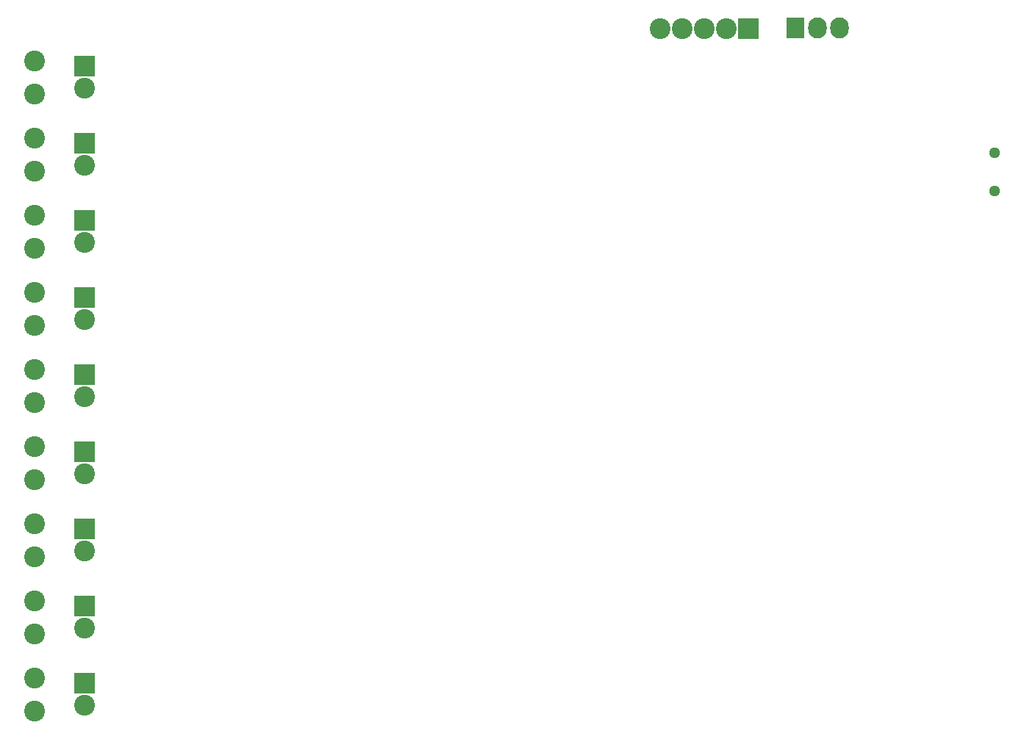
<source format=gbr>
G04 #@! TF.FileFunction,Soldermask,Bot*
%FSLAX46Y46*%
G04 Gerber Fmt 4.6, Leading zero omitted, Abs format (unit mm)*
G04 Created by KiCad (PCBNEW 4.0.2-stable) date 26.4.2016 12:05:50*
%MOMM*%
G01*
G04 APERTURE LIST*
%ADD10C,0.100000*%
%ADD11R,2.400000X2.400000*%
%ADD12C,2.400000*%
%ADD13R,2.127200X2.432000*%
%ADD14O,2.127200X2.432000*%
%ADD15C,1.299160*%
G04 APERTURE END LIST*
D10*
D11*
X136144000Y-64262000D03*
D12*
X131064000Y-64262000D03*
X128524000Y-64262000D03*
X125984000Y-64262000D03*
X53975000Y-76835000D03*
X53975000Y-80645000D03*
X53975000Y-85725000D03*
X53975000Y-89535000D03*
X53975000Y-94615000D03*
X53975000Y-98425000D03*
X53975000Y-103505000D03*
X53975000Y-107315000D03*
X133604000Y-64262000D03*
X53975000Y-121285000D03*
X53975000Y-125095000D03*
X53975000Y-130175000D03*
X53975000Y-133985000D03*
X53975000Y-139065000D03*
X53975000Y-142875000D03*
D13*
X141605000Y-64135000D03*
D14*
X144145000Y-64135000D03*
X146685000Y-64135000D03*
D15*
X164503100Y-82971640D03*
X164503100Y-78572360D03*
D12*
X53975000Y-67945000D03*
X53975000Y-71755000D03*
X53975000Y-112395000D03*
X53975000Y-116205000D03*
D11*
X59690000Y-68580000D03*
D12*
X59690000Y-71120000D03*
D11*
X59690000Y-77470000D03*
D12*
X59690000Y-80010000D03*
D11*
X59690000Y-86360000D03*
D12*
X59690000Y-88900000D03*
D11*
X59690000Y-95250000D03*
D12*
X59690000Y-97790000D03*
D11*
X59690000Y-104140000D03*
D12*
X59690000Y-106680000D03*
D11*
X59690000Y-113030000D03*
D12*
X59690000Y-115570000D03*
D11*
X59690000Y-121920000D03*
D12*
X59690000Y-124460000D03*
D11*
X59690000Y-130810000D03*
D12*
X59690000Y-133350000D03*
D11*
X59690000Y-139700000D03*
D12*
X59690000Y-142240000D03*
M02*

</source>
